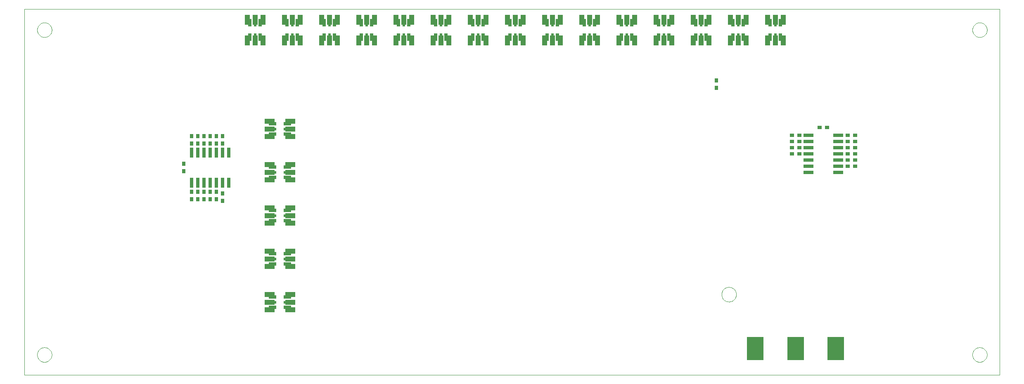
<source format=gtp>
G75*
G70*
%OFA0B0*%
%FSLAX24Y24*%
%IPPOS*%
%LPD*%
%AMOC8*
5,1,8,0,0,1.08239X$1,22.5*
%
%ADD10C,0.0000*%
%ADD11R,0.0394X0.0787*%
%ADD12R,0.0276X0.0600*%
%ADD13R,0.0197X0.0600*%
%ADD14R,0.0354X0.0315*%
%ADD15R,0.0787X0.0394*%
%ADD16R,0.0600X0.0276*%
%ADD17R,0.0600X0.0197*%
%ADD18R,0.0315X0.0354*%
%ADD19R,0.0800X0.0260*%
%ADD20R,0.0260X0.0800*%
%ADD21R,0.1339X0.1850*%
D10*
X005581Y003913D02*
X005581Y033472D01*
X084321Y033472D01*
X084321Y003913D01*
X005581Y003913D01*
X006615Y005538D02*
X006617Y005586D01*
X006623Y005634D01*
X006633Y005681D01*
X006646Y005727D01*
X006664Y005772D01*
X006684Y005816D01*
X006709Y005858D01*
X006737Y005897D01*
X006767Y005934D01*
X006801Y005968D01*
X006838Y006000D01*
X006876Y006029D01*
X006917Y006054D01*
X006960Y006076D01*
X007005Y006094D01*
X007051Y006108D01*
X007098Y006119D01*
X007146Y006126D01*
X007194Y006129D01*
X007242Y006128D01*
X007290Y006123D01*
X007338Y006114D01*
X007384Y006102D01*
X007429Y006085D01*
X007473Y006065D01*
X007515Y006042D01*
X007555Y006015D01*
X007593Y005985D01*
X007628Y005952D01*
X007660Y005916D01*
X007690Y005878D01*
X007716Y005837D01*
X007738Y005794D01*
X007758Y005750D01*
X007773Y005705D01*
X007785Y005658D01*
X007793Y005610D01*
X007797Y005562D01*
X007797Y005514D01*
X007793Y005466D01*
X007785Y005418D01*
X007773Y005371D01*
X007758Y005326D01*
X007738Y005282D01*
X007716Y005239D01*
X007690Y005198D01*
X007660Y005160D01*
X007628Y005124D01*
X007593Y005091D01*
X007555Y005061D01*
X007515Y005034D01*
X007473Y005011D01*
X007429Y004991D01*
X007384Y004974D01*
X007338Y004962D01*
X007290Y004953D01*
X007242Y004948D01*
X007194Y004947D01*
X007146Y004950D01*
X007098Y004957D01*
X007051Y004968D01*
X007005Y004982D01*
X006960Y005000D01*
X006917Y005022D01*
X006876Y005047D01*
X006838Y005076D01*
X006801Y005108D01*
X006767Y005142D01*
X006737Y005179D01*
X006709Y005218D01*
X006684Y005260D01*
X006664Y005304D01*
X006646Y005349D01*
X006633Y005395D01*
X006623Y005442D01*
X006617Y005490D01*
X006615Y005538D01*
X006615Y031788D02*
X006617Y031836D01*
X006623Y031884D01*
X006633Y031931D01*
X006646Y031977D01*
X006664Y032022D01*
X006684Y032066D01*
X006709Y032108D01*
X006737Y032147D01*
X006767Y032184D01*
X006801Y032218D01*
X006838Y032250D01*
X006876Y032279D01*
X006917Y032304D01*
X006960Y032326D01*
X007005Y032344D01*
X007051Y032358D01*
X007098Y032369D01*
X007146Y032376D01*
X007194Y032379D01*
X007242Y032378D01*
X007290Y032373D01*
X007338Y032364D01*
X007384Y032352D01*
X007429Y032335D01*
X007473Y032315D01*
X007515Y032292D01*
X007555Y032265D01*
X007593Y032235D01*
X007628Y032202D01*
X007660Y032166D01*
X007690Y032128D01*
X007716Y032087D01*
X007738Y032044D01*
X007758Y032000D01*
X007773Y031955D01*
X007785Y031908D01*
X007793Y031860D01*
X007797Y031812D01*
X007797Y031764D01*
X007793Y031716D01*
X007785Y031668D01*
X007773Y031621D01*
X007758Y031576D01*
X007738Y031532D01*
X007716Y031489D01*
X007690Y031448D01*
X007660Y031410D01*
X007628Y031374D01*
X007593Y031341D01*
X007555Y031311D01*
X007515Y031284D01*
X007473Y031261D01*
X007429Y031241D01*
X007384Y031224D01*
X007338Y031212D01*
X007290Y031203D01*
X007242Y031198D01*
X007194Y031197D01*
X007146Y031200D01*
X007098Y031207D01*
X007051Y031218D01*
X007005Y031232D01*
X006960Y031250D01*
X006917Y031272D01*
X006876Y031297D01*
X006838Y031326D01*
X006801Y031358D01*
X006767Y031392D01*
X006737Y031429D01*
X006709Y031468D01*
X006684Y031510D01*
X006664Y031554D01*
X006646Y031599D01*
X006633Y031645D01*
X006623Y031692D01*
X006617Y031740D01*
X006615Y031788D01*
X061865Y010413D02*
X061867Y010461D01*
X061873Y010509D01*
X061883Y010556D01*
X061896Y010602D01*
X061914Y010647D01*
X061934Y010691D01*
X061959Y010733D01*
X061987Y010772D01*
X062017Y010809D01*
X062051Y010843D01*
X062088Y010875D01*
X062126Y010904D01*
X062167Y010929D01*
X062210Y010951D01*
X062255Y010969D01*
X062301Y010983D01*
X062348Y010994D01*
X062396Y011001D01*
X062444Y011004D01*
X062492Y011003D01*
X062540Y010998D01*
X062588Y010989D01*
X062634Y010977D01*
X062679Y010960D01*
X062723Y010940D01*
X062765Y010917D01*
X062805Y010890D01*
X062843Y010860D01*
X062878Y010827D01*
X062910Y010791D01*
X062940Y010753D01*
X062966Y010712D01*
X062988Y010669D01*
X063008Y010625D01*
X063023Y010580D01*
X063035Y010533D01*
X063043Y010485D01*
X063047Y010437D01*
X063047Y010389D01*
X063043Y010341D01*
X063035Y010293D01*
X063023Y010246D01*
X063008Y010201D01*
X062988Y010157D01*
X062966Y010114D01*
X062940Y010073D01*
X062910Y010035D01*
X062878Y009999D01*
X062843Y009966D01*
X062805Y009936D01*
X062765Y009909D01*
X062723Y009886D01*
X062679Y009866D01*
X062634Y009849D01*
X062588Y009837D01*
X062540Y009828D01*
X062492Y009823D01*
X062444Y009822D01*
X062396Y009825D01*
X062348Y009832D01*
X062301Y009843D01*
X062255Y009857D01*
X062210Y009875D01*
X062167Y009897D01*
X062126Y009922D01*
X062088Y009951D01*
X062051Y009983D01*
X062017Y010017D01*
X061987Y010054D01*
X061959Y010093D01*
X061934Y010135D01*
X061914Y010179D01*
X061896Y010224D01*
X061883Y010270D01*
X061873Y010317D01*
X061867Y010365D01*
X061865Y010413D01*
X082115Y005538D02*
X082117Y005586D01*
X082123Y005634D01*
X082133Y005681D01*
X082146Y005727D01*
X082164Y005772D01*
X082184Y005816D01*
X082209Y005858D01*
X082237Y005897D01*
X082267Y005934D01*
X082301Y005968D01*
X082338Y006000D01*
X082376Y006029D01*
X082417Y006054D01*
X082460Y006076D01*
X082505Y006094D01*
X082551Y006108D01*
X082598Y006119D01*
X082646Y006126D01*
X082694Y006129D01*
X082742Y006128D01*
X082790Y006123D01*
X082838Y006114D01*
X082884Y006102D01*
X082929Y006085D01*
X082973Y006065D01*
X083015Y006042D01*
X083055Y006015D01*
X083093Y005985D01*
X083128Y005952D01*
X083160Y005916D01*
X083190Y005878D01*
X083216Y005837D01*
X083238Y005794D01*
X083258Y005750D01*
X083273Y005705D01*
X083285Y005658D01*
X083293Y005610D01*
X083297Y005562D01*
X083297Y005514D01*
X083293Y005466D01*
X083285Y005418D01*
X083273Y005371D01*
X083258Y005326D01*
X083238Y005282D01*
X083216Y005239D01*
X083190Y005198D01*
X083160Y005160D01*
X083128Y005124D01*
X083093Y005091D01*
X083055Y005061D01*
X083015Y005034D01*
X082973Y005011D01*
X082929Y004991D01*
X082884Y004974D01*
X082838Y004962D01*
X082790Y004953D01*
X082742Y004948D01*
X082694Y004947D01*
X082646Y004950D01*
X082598Y004957D01*
X082551Y004968D01*
X082505Y004982D01*
X082460Y005000D01*
X082417Y005022D01*
X082376Y005047D01*
X082338Y005076D01*
X082301Y005108D01*
X082267Y005142D01*
X082237Y005179D01*
X082209Y005218D01*
X082184Y005260D01*
X082164Y005304D01*
X082146Y005349D01*
X082133Y005395D01*
X082123Y005442D01*
X082117Y005490D01*
X082115Y005538D01*
X082115Y031788D02*
X082117Y031836D01*
X082123Y031884D01*
X082133Y031931D01*
X082146Y031977D01*
X082164Y032022D01*
X082184Y032066D01*
X082209Y032108D01*
X082237Y032147D01*
X082267Y032184D01*
X082301Y032218D01*
X082338Y032250D01*
X082376Y032279D01*
X082417Y032304D01*
X082460Y032326D01*
X082505Y032344D01*
X082551Y032358D01*
X082598Y032369D01*
X082646Y032376D01*
X082694Y032379D01*
X082742Y032378D01*
X082790Y032373D01*
X082838Y032364D01*
X082884Y032352D01*
X082929Y032335D01*
X082973Y032315D01*
X083015Y032292D01*
X083055Y032265D01*
X083093Y032235D01*
X083128Y032202D01*
X083160Y032166D01*
X083190Y032128D01*
X083216Y032087D01*
X083238Y032044D01*
X083258Y032000D01*
X083273Y031955D01*
X083285Y031908D01*
X083293Y031860D01*
X083297Y031812D01*
X083297Y031764D01*
X083293Y031716D01*
X083285Y031668D01*
X083273Y031621D01*
X083258Y031576D01*
X083238Y031532D01*
X083216Y031489D01*
X083190Y031448D01*
X083160Y031410D01*
X083128Y031374D01*
X083093Y031341D01*
X083055Y031311D01*
X083015Y031284D01*
X082973Y031261D01*
X082929Y031241D01*
X082884Y031224D01*
X082838Y031212D01*
X082790Y031203D01*
X082742Y031198D01*
X082694Y031197D01*
X082646Y031200D01*
X082598Y031207D01*
X082551Y031218D01*
X082505Y031232D01*
X082460Y031250D01*
X082417Y031272D01*
X082376Y031297D01*
X082338Y031326D01*
X082301Y031358D01*
X082267Y031392D01*
X082237Y031429D01*
X082209Y031468D01*
X082184Y031510D01*
X082164Y031554D01*
X082146Y031599D01*
X082133Y031645D01*
X082123Y031692D01*
X082117Y031740D01*
X082115Y031788D01*
D11*
X066836Y032618D03*
X066206Y032618D03*
X065576Y032618D03*
X063836Y032618D03*
X063206Y032618D03*
X062576Y032618D03*
X060836Y032618D03*
X060206Y032618D03*
X059576Y032618D03*
X057836Y032618D03*
X057206Y032618D03*
X056576Y032618D03*
X054836Y032618D03*
X054206Y032618D03*
X053576Y032618D03*
X051836Y032618D03*
X051206Y032618D03*
X050576Y032618D03*
X048836Y032618D03*
X048206Y032618D03*
X047576Y032618D03*
X045836Y032618D03*
X045206Y032618D03*
X044576Y032618D03*
X042836Y032618D03*
X042206Y032618D03*
X041576Y032618D03*
X039836Y032618D03*
X039206Y032618D03*
X038576Y032618D03*
X036836Y032618D03*
X036206Y032618D03*
X035576Y032618D03*
X033836Y032618D03*
X033206Y032618D03*
X032576Y032618D03*
X030836Y032618D03*
X030206Y032618D03*
X029576Y032618D03*
X027836Y032618D03*
X027206Y032618D03*
X026576Y032618D03*
X024836Y032618D03*
X024206Y032618D03*
X023576Y032618D03*
X023576Y030938D03*
X024206Y030938D03*
X024836Y030938D03*
X026576Y030938D03*
X027206Y030938D03*
X027836Y030938D03*
X029576Y030938D03*
X030206Y030938D03*
X030836Y030938D03*
X032576Y030938D03*
X033206Y030938D03*
X033836Y030938D03*
X035576Y030938D03*
X036206Y030938D03*
X036836Y030938D03*
X038576Y030938D03*
X039206Y030938D03*
X039836Y030938D03*
X041576Y030938D03*
X042206Y030938D03*
X042836Y030938D03*
X044576Y030938D03*
X045206Y030938D03*
X045836Y030938D03*
X047576Y030938D03*
X048206Y030938D03*
X048836Y030938D03*
X050576Y030938D03*
X051206Y030938D03*
X051836Y030938D03*
X053576Y030938D03*
X054206Y030938D03*
X054836Y030938D03*
X056576Y030938D03*
X057206Y030938D03*
X057836Y030938D03*
X059576Y030938D03*
X060206Y030938D03*
X060836Y030938D03*
X062576Y030938D03*
X063206Y030938D03*
X063836Y030938D03*
X065576Y030938D03*
X066206Y030938D03*
X066836Y030938D03*
D12*
X066619Y031193D03*
X065793Y031193D03*
X065793Y032383D03*
X066619Y032383D03*
X063619Y032383D03*
X062793Y032383D03*
X060619Y032383D03*
X059793Y032383D03*
X057619Y032383D03*
X056793Y032383D03*
X056793Y031193D03*
X057619Y031193D03*
X059793Y031193D03*
X060619Y031193D03*
X062793Y031193D03*
X063619Y031193D03*
X054619Y031193D03*
X053793Y031193D03*
X051619Y031193D03*
X050793Y031193D03*
X048619Y031193D03*
X047793Y031193D03*
X047793Y032383D03*
X048619Y032383D03*
X050793Y032383D03*
X051619Y032383D03*
X053793Y032383D03*
X054619Y032383D03*
X045619Y032383D03*
X044793Y032383D03*
X042619Y032383D03*
X041793Y032383D03*
X039619Y032383D03*
X038793Y032383D03*
X038793Y031193D03*
X039619Y031193D03*
X041793Y031193D03*
X042619Y031193D03*
X044793Y031193D03*
X045619Y031193D03*
X036619Y031193D03*
X035793Y031193D03*
X033619Y031193D03*
X032793Y031193D03*
X030619Y031193D03*
X029793Y031193D03*
X029793Y032383D03*
X030619Y032383D03*
X032793Y032383D03*
X033619Y032383D03*
X035793Y032383D03*
X036619Y032383D03*
X027619Y032383D03*
X026793Y032383D03*
X024619Y032383D03*
X023793Y032383D03*
X023793Y031193D03*
X024619Y031193D03*
X026793Y031193D03*
X027619Y031193D03*
D13*
X027206Y031193D03*
X027206Y032383D03*
X030206Y032383D03*
X030206Y031193D03*
X033206Y031193D03*
X033206Y032383D03*
X036206Y032383D03*
X036206Y031193D03*
X039206Y031193D03*
X039206Y032383D03*
X042206Y032383D03*
X042206Y031193D03*
X045206Y031193D03*
X045206Y032383D03*
X048206Y032383D03*
X048206Y031193D03*
X051206Y031193D03*
X051206Y032383D03*
X054206Y032383D03*
X054206Y031193D03*
X057206Y031193D03*
X057206Y032383D03*
X060206Y032383D03*
X060206Y031193D03*
X063206Y031193D03*
X063206Y032383D03*
X066206Y032383D03*
X066206Y031193D03*
X024206Y031193D03*
X024206Y032383D03*
D14*
X067531Y023288D03*
X067531Y022788D03*
X067531Y022288D03*
X068131Y022288D03*
X068131Y022788D03*
X068131Y023288D03*
X069781Y023913D03*
X070381Y023913D03*
X072031Y023288D03*
X072031Y022788D03*
X072031Y022288D03*
X072631Y022288D03*
X072631Y022788D03*
X072631Y023288D03*
X072631Y021788D03*
X072631Y021288D03*
X072631Y020788D03*
X072031Y020788D03*
X072031Y021288D03*
X072031Y021788D03*
X068131Y021788D03*
X067531Y021788D03*
D15*
X027056Y020918D03*
X027056Y020288D03*
X027056Y019658D03*
X025376Y019658D03*
X025376Y020288D03*
X025376Y020918D03*
X025376Y023158D03*
X025376Y023788D03*
X025376Y024418D03*
X027056Y024418D03*
X027056Y023788D03*
X027056Y023158D03*
X027056Y017418D03*
X027056Y016788D03*
X027056Y016158D03*
X025376Y016158D03*
X025376Y016788D03*
X025376Y017418D03*
X025376Y013918D03*
X025376Y013288D03*
X025376Y012658D03*
X027056Y012658D03*
X027056Y013288D03*
X027056Y013918D03*
X027056Y010418D03*
X027056Y009788D03*
X027056Y009158D03*
X025376Y009158D03*
X025376Y009788D03*
X025376Y010418D03*
D16*
X025610Y010201D03*
X026801Y010201D03*
X026801Y009375D03*
X025610Y009375D03*
X025610Y012875D03*
X026801Y012875D03*
X026801Y013701D03*
X025610Y013701D03*
X025610Y016375D03*
X026801Y016375D03*
X026801Y017201D03*
X025610Y017201D03*
X025610Y019875D03*
X026801Y019875D03*
X026801Y020701D03*
X025610Y020701D03*
X025610Y023375D03*
X026801Y023375D03*
X026801Y024201D03*
X025610Y024201D03*
D17*
X025610Y023788D03*
X026801Y023788D03*
X026801Y020288D03*
X025610Y020288D03*
X025610Y016788D03*
X026801Y016788D03*
X026801Y013288D03*
X025610Y013288D03*
X025610Y009788D03*
X026801Y009788D03*
D18*
X021581Y017988D03*
X021081Y018113D03*
X020581Y018113D03*
X020081Y018113D03*
X019581Y018113D03*
X019081Y018113D03*
X019081Y018713D03*
X019581Y018713D03*
X020081Y018713D03*
X020581Y018713D03*
X021081Y018713D03*
X021581Y018588D03*
X018456Y020363D03*
X018456Y020963D03*
X019081Y022613D03*
X019581Y022613D03*
X020081Y022613D03*
X020581Y022613D03*
X021081Y022613D03*
X021581Y022613D03*
X021581Y023213D03*
X021081Y023213D03*
X020581Y023213D03*
X020081Y023213D03*
X019581Y023213D03*
X019081Y023213D03*
X061456Y027113D03*
X061456Y027713D03*
D19*
X068871Y023288D03*
X068871Y022788D03*
X068871Y022288D03*
X068871Y021788D03*
X068871Y021288D03*
X068871Y020788D03*
X068871Y020288D03*
X071291Y020288D03*
X071291Y020788D03*
X071291Y021288D03*
X071291Y021788D03*
X071291Y022288D03*
X071291Y022788D03*
X071291Y023288D03*
D20*
X022081Y021873D03*
X021581Y021873D03*
X021081Y021873D03*
X020581Y021873D03*
X020081Y021873D03*
X019581Y021873D03*
X019081Y021873D03*
X019081Y019453D03*
X019581Y019453D03*
X020081Y019453D03*
X020581Y019453D03*
X021081Y019453D03*
X021581Y019453D03*
X022081Y019453D03*
D21*
X064581Y006038D03*
X067831Y006038D03*
X071081Y006038D03*
M02*

</source>
